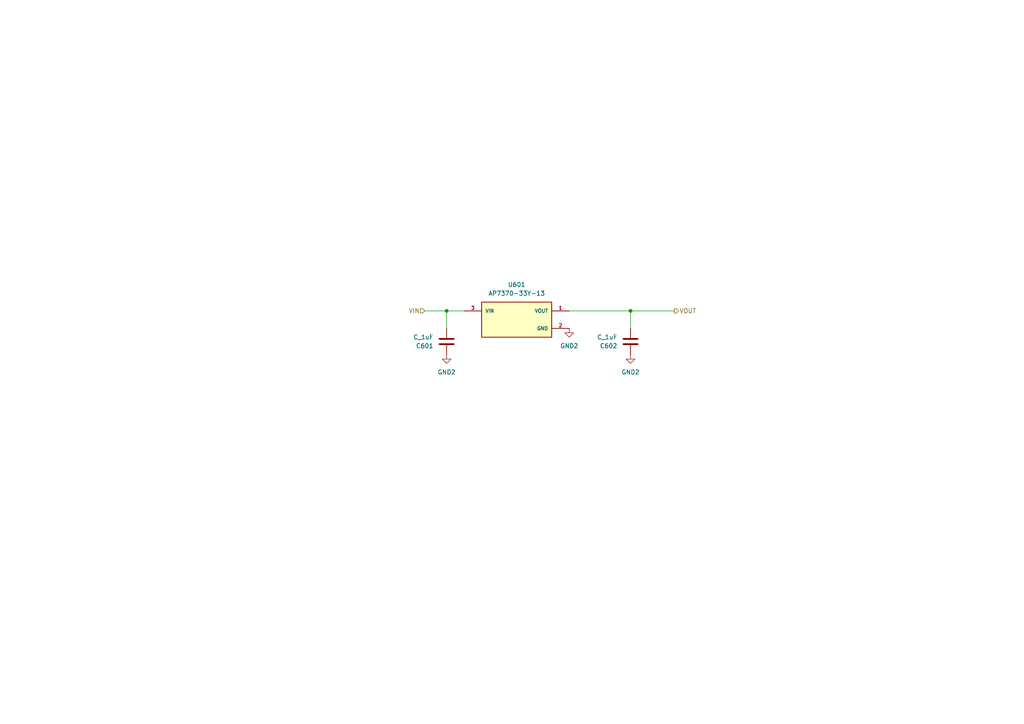
<source format=kicad_sch>
(kicad_sch (version 20211123) (generator eeschema)
  (paper "A4")
  (lib_symbols
    (symbol "GND2_1" (power) (pin_names (offset 0))
      (property "Value" "GND2_1" (at 0 -5.08 0))
      (symbol "GND2_1_0_1"
        (polyline (pts (xy 0 0) (xy 0 -1.27) (xy 1.27 -1.27) (xy 0 -2.54) (xy -1.27 -1.27) (xy 0 -1.27)))
      )
      (symbol "GND2_1_1_1"
        (pin power_in line (at 0 0 270) (length 0) hide (name "GND2") (number "1"))
      )
    )
    (symbol "OEM:AP7370-33Y-13" (pin_names (offset 1.016))
      (property "Reference" "U" (at -10.16 6.35 0))
      (property "Value" "AP7370-33Y-13" (at -10.16 -6.35 0))
      (symbol "AP7370-33Y-13_0_0"
        (rectangle (start -10.16 -5.08) (end 10.16 5.08) (stroke (width 0.254)) (fill (type background)))
        (pin output line (at 15.24 2.54 180) (length 5.08) (name "VOUT") (number "1"))
        (pin power_in line (at 15.24 -2.54 180) (length 5.08) (name "GND") (number "2"))
        (pin input line (at -15.24 2.54 0) (length 5.08) (name "VIN") (number "3"))
      )
    )
    (symbol "formula:C_1uF" (pin_numbers hide) (pin_names (offset 0.254))
      (property "Reference" "C" (at 0.635 3.81 0))
      (property "Value" "C_1uF" (at 0.635 -1.27 0))
      (symbol "C_1uF_0_1"
        (polyline (pts (xy -2.032 0.508) (xy 2.032 0.508)) (stroke (width 0.508)))
        (polyline (pts (xy -2.032 2.032) (xy 2.032 2.032)) (stroke (width 0.508)))
      )
      (symbol "C_1uF_1_1"
        (pin passive line (at 0 5.08 270) (length 2.794) (name "~") (number "1"))
        (pin passive line (at 0 -2.54 90) (length 2.794) (name "~") (number "2"))
      )
    )
  )
  (junction (at 129.54 90.17))
  (junction (at 182.88 90.17))
  (wire (pts (xy 123.19 90.17) (xy 129.54 90.17)))
  (wire (pts (xy 182.88 90.17) (xy 182.88 95.25)))
  (wire (pts (xy 182.88 90.17) (xy 195.58 90.17)))
  (wire (pts (xy 165.1 90.17) (xy 182.88 90.17)))
  (wire (pts (xy 129.54 90.17) (xy 134.62 90.17)))
  (wire (pts (xy 129.54 90.17) (xy 129.54 95.25)))
  (hierarchical_label "VIN" (shape input) (at 123.19 90.17 180))
  (hierarchical_label "VOUT" (shape output) (at 195.58 90.17 0))
  (symbol (lib_id "formula:C_1uF") (at 182.88 100.33 0) (unit 1)
    (property "Reference" "C602" (at 179.07 100.3301 0) (effects (justify right)))
    (property "Value" "C_1uF" (at 179.07 97.7901 0) (effects (justify right)))
    (property "Footprint" "footprints:C_0805_OEM" (effects hide))
    (property "Datasheet" "https://media.digikey.com/pdf/Data%20Sheets/Samsung%20PDFs/CL21B105KBFNNNG_Spec.pdf" (effects hide))
    (property "PurchasingLink" "https://www.digikey.com/en/products/detail/samsung-electro-mechanics/CL21B105KBFNNNG/3894467" (effects hide))
    (property "MFN" "DK" (effects hide))
    (property "MPN" "1276-6470-1-ND" (effects hide))
  )
  (symbol (lib_name "GND2_1") (lib_id "power:GND2") (at 165.1 95.25 0) (unit 1)
    (property "Reference" "#PWR?" (effects hide))
    (property "Value" "LV_GND" (at 165.1 100.33 0))
  )
  (symbol (lib_id "formula:C_1uF") (at 129.54 100.33 0) (unit 1)
    (property "Reference" "C601" (at 125.73 100.3301 0) (effects (justify right)))
    (property "Value" "C_1uF" (at 125.73 97.7901 0) (effects (justify right)))
    (property "Footprint" "footprints:C_0805_OEM" (effects hide))
    (property "Datasheet" "https://media.digikey.com/pdf/Data%20Sheets/Samsung%20PDFs/CL21B105KBFNNNG_Spec.pdf" (effects hide))
    (property "PurchasingLink" "https://www.digikey.com/en/products/detail/samsung-electro-mechanics/CL21B105KBFNNNG/3894467" (effects hide))
    (property "MFN" "DK" (effects hide))
    (property "MPN" "1276-6470-1-ND" (effects hide))
  )
  (symbol (lib_name "GND2_1") (lib_id "power:GND2") (at 129.54 102.87 0) (unit 1)
    (property "Reference" "#PWR?" (effects hide))
    (property "Value" "LV_GND" (at 129.54 107.95 0))
  )
  (symbol (lib_name "GND2_1") (lib_id "power:GND2") (at 182.88 102.87 0) (unit 1)
    (property "Reference" "#PWR?" (effects hide))
    (property "Value" "LV_GND" (at 182.88 107.95 0))
  )
  (symbol (lib_id "OEM:AP7370-33Y-13") (at 149.86 92.71 0) (unit 1)
    (property "Reference" "U601" (at 149.86 82.55 0))
    (property "Value" "AP7370-33Y-13" (at 149.86 85.09 0))
    (property "Footprint" "footprints:AP7370-33Y-13" (effects hide))
    (property "STANDARD" "Manufacturer Recommendations" (effects hide))
    (property "PARTREV" "1 - 2" (effects hide))
    (property "MAXIMUM_PACKAGE_HEIGHT" "1.6 mm" (effects hide))
    (property "MANUFACTURER" "Diodes Incorporated" (effects hide))
  )
)
</source>
